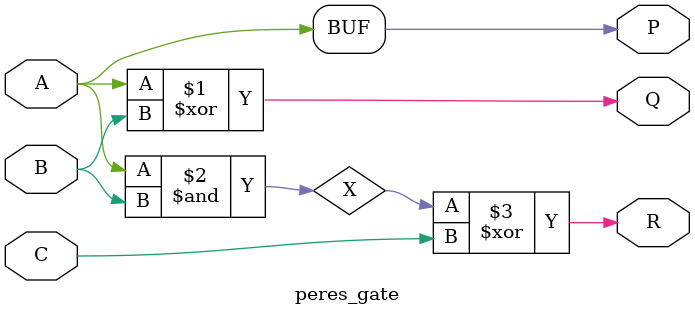
<source format=v>
module peres_gate (
    input  wire A,   
    input  wire B,  
    input  wire C,   
    output reg P,
	 output reg Q, 
	 output reg R     
);

wire X;

buf b1(P, A);
xor x1(Q, A, B);
and a1(X, A, B);
xor x2(R, X, C);

   
endmodule

</source>
